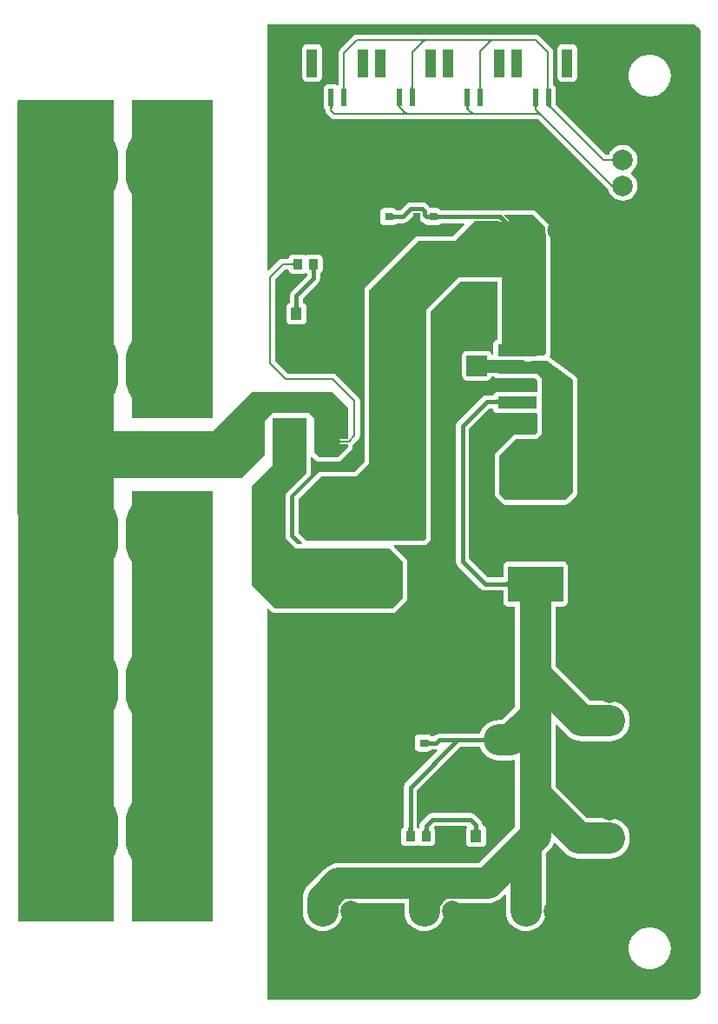
<source format=gtl>
G04 Layer_Physical_Order=1*
G04 Layer_Color=255*
%FSLAX25Y25*%
%MOIN*%
G70*
G01*
G75*
%ADD10R,0.03937X0.11024*%
%ADD11R,0.02362X0.06693*%
%ADD12R,0.14961X0.04724*%
%ADD13R,0.09842X0.39370*%
%ADD14R,0.28346X0.24410*%
%ADD15R,0.21260X0.13780*%
%ADD16R,0.07874X0.07874*%
%ADD17R,0.03150X0.03150*%
%ADD18R,0.07874X0.07874*%
%ADD19R,0.03150X0.03150*%
%ADD20R,0.04331X0.04724*%
%ADD21R,0.03661X0.03858*%
%ADD22C,0.12000*%
%ADD23C,0.01500*%
%ADD24C,0.05000*%
%ADD25C,0.00800*%
%ADD26O,0.33465X0.11811*%
%ADD27C,0.05512*%
%ADD28C,0.04724*%
%ADD29C,0.03543*%
%ADD30O,0.25590X0.31496*%
%ADD31R,0.07087X0.07087*%
%ADD32C,0.07087*%
%ADD33R,0.07087X0.07087*%
%ADD34C,0.07874*%
%ADD35C,0.02000*%
G36*
X197545Y227807D02*
X197530Y227950D01*
X197484Y228077D01*
X197409Y228190D01*
X197303Y228287D01*
X197167Y228370D01*
X197000Y228437D01*
X196804Y228490D01*
X196577Y228527D01*
X196320Y228550D01*
X196033Y228557D01*
Y230057D01*
X196320Y230065D01*
X196577Y230087D01*
X196804Y230125D01*
X197000Y230177D01*
X197167Y230245D01*
X197303Y230327D01*
X197409Y230425D01*
X197484Y230537D01*
X197530Y230665D01*
X197545Y230807D01*
Y227807D01*
D02*
G37*
G36*
X271654Y374016D02*
X272041D01*
X272802Y373864D01*
X273518Y373568D01*
X274163Y373137D01*
X274712Y372588D01*
X275143Y371944D01*
X275439Y371227D01*
X275590Y370466D01*
Y370079D01*
Y3937D01*
Y3549D01*
X275439Y2789D01*
X275143Y2072D01*
X274712Y1427D01*
X274163Y879D01*
X273518Y448D01*
X272802Y151D01*
X272041Y0D01*
X109000D01*
Y149896D01*
X109462Y150087D01*
X110774Y148774D01*
X111337Y148399D01*
X112000Y148267D01*
X157000D01*
X157663Y148399D01*
X158226Y148774D01*
X162226Y152774D01*
X162601Y153337D01*
X162733Y154000D01*
Y168000D01*
X162601Y168663D01*
X162226Y169226D01*
X157685Y173767D01*
X157892Y174267D01*
X169000D01*
X169663Y174399D01*
X170226Y174774D01*
X171226Y175774D01*
X171601Y176337D01*
X171733Y177000D01*
X171733Y263770D01*
X183230Y275267D01*
X197267Y275267D01*
Y253124D01*
X196856Y253042D01*
X196294Y252667D01*
X195918Y252104D01*
X195786Y251441D01*
Y247362D01*
X195111D01*
X195038Y247726D01*
X194663Y248289D01*
X194100Y248664D01*
X193437Y248796D01*
X185563D01*
X184900Y248664D01*
X184337Y248289D01*
X183962Y247726D01*
X183830Y247063D01*
Y239189D01*
X183962Y238526D01*
X184337Y237963D01*
X184900Y237588D01*
X185563Y237456D01*
X193437D01*
X194100Y237588D01*
X194663Y237963D01*
X195038Y238526D01*
X195111Y238890D01*
X196233D01*
X196294Y238798D01*
X196856Y238422D01*
X197520Y238290D01*
X211758D01*
X212767Y237282D01*
Y233330D01*
X212480Y233096D01*
X197520D01*
X196856Y232964D01*
X196294Y232588D01*
X195918Y232026D01*
X195875Y231805D01*
X193307D01*
X192351Y231615D01*
X191541Y231073D01*
X182234Y221766D01*
X181692Y220956D01*
X181502Y220000D01*
Y168000D01*
X181692Y167044D01*
X182234Y166234D01*
X190903Y157564D01*
X191713Y157023D01*
X192669Y156833D01*
X199637D01*
Y152441D01*
X199769Y151778D01*
X200145Y151215D01*
X200707Y150840D01*
X201370Y150708D01*
X204263D01*
Y124726D01*
Y112205D01*
X199295Y107237D01*
X198000D01*
X196491Y107089D01*
X195039Y106648D01*
X193701Y105933D01*
X192529Y104971D01*
X191567Y103799D01*
X190852Y102461D01*
X190711Y101998D01*
X175000D01*
X174044Y101808D01*
X173234Y101266D01*
X172816Y100848D01*
X172002D01*
X171800Y101151D01*
X171238Y101526D01*
X170575Y101658D01*
X167425D01*
X166762Y101526D01*
X166200Y101151D01*
X165824Y100589D01*
X165692Y99925D01*
Y96776D01*
X165824Y96112D01*
X166200Y95550D01*
X166762Y95174D01*
X167425Y95042D01*
X170575D01*
X171238Y95174D01*
X171800Y95550D01*
X172002Y95852D01*
X173850D01*
X174178Y95917D01*
X174424Y95457D01*
X162202Y83235D01*
X161661Y82424D01*
X161470Y81468D01*
Y66028D01*
X160912Y65655D01*
X160536Y65092D01*
X160405Y64429D01*
Y60571D01*
X160536Y59908D01*
X160912Y59345D01*
X161475Y58969D01*
X162138Y58838D01*
X165799D01*
X166463Y58969D01*
X167000Y59329D01*
X167537Y58969D01*
X168201Y58838D01*
X171862D01*
X172526Y58969D01*
X173088Y59345D01*
X173464Y59908D01*
X173595Y60571D01*
Y64429D01*
X173464Y65092D01*
X173088Y65655D01*
X173086Y65656D01*
X173037Y66154D01*
X173385Y66502D01*
X185391D01*
X185658Y66002D01*
X185474Y65725D01*
X185342Y65062D01*
Y60338D01*
X185474Y59675D01*
X185849Y59112D01*
X186411Y58736D01*
X187075Y58605D01*
X191405D01*
X192069Y58736D01*
X192631Y59112D01*
X193007Y59675D01*
X193139Y60338D01*
Y65062D01*
X193007Y65725D01*
X192631Y66288D01*
X192069Y66664D01*
X191738Y66729D01*
Y67000D01*
X191548Y67956D01*
X191007Y68766D01*
X189006Y70766D01*
X188196Y71308D01*
X187240Y71498D01*
X172350D01*
X171394Y71308D01*
X170584Y70766D01*
X168265Y68448D01*
X167724Y67637D01*
X167534Y66681D01*
Y66028D01*
X167000Y65671D01*
X166466Y66028D01*
Y80434D01*
X183035Y97002D01*
X190711D01*
X190852Y96539D01*
X191567Y95201D01*
X192529Y94029D01*
X193701Y93067D01*
X195039Y92352D01*
X196491Y91911D01*
X198000Y91763D01*
X202500D01*
X203763Y91887D01*
X204263Y91523D01*
Y78500D01*
Y66205D01*
X202892Y64834D01*
X190432Y52374D01*
X136594D01*
X135084Y52226D01*
X133633Y51785D01*
X132295Y51070D01*
X131123Y50108D01*
X124892Y43877D01*
X123930Y42705D01*
X123215Y41367D01*
X122774Y39915D01*
X122626Y38406D01*
Y34000D01*
X122774Y32491D01*
X123215Y31039D01*
X123930Y29701D01*
X124892Y28529D01*
X126064Y27567D01*
X127402Y26852D01*
X128853Y26411D01*
X130363Y26263D01*
X131872Y26411D01*
X133324Y26852D01*
X134662Y27567D01*
X135834Y28529D01*
X136796Y29701D01*
X137511Y31039D01*
X137952Y32491D01*
X138100Y34000D01*
Y35201D01*
X139799Y36900D01*
X161626D01*
Y34000D01*
X161774Y32491D01*
X162215Y31039D01*
X162930Y29701D01*
X163892Y28529D01*
X165064Y27567D01*
X166402Y26852D01*
X167853Y26411D01*
X169363Y26263D01*
X170872Y26411D01*
X172324Y26852D01*
X173662Y27567D01*
X174834Y28529D01*
X175796Y29701D01*
X176511Y31039D01*
X176952Y32491D01*
X177100Y34000D01*
Y35201D01*
X178799Y36900D01*
X193637D01*
X195147Y37048D01*
X196598Y37489D01*
X197936Y38204D01*
X199108Y39166D01*
X200164Y40222D01*
X200626Y40030D01*
Y34000D01*
X200774Y32491D01*
X201215Y31039D01*
X201930Y29701D01*
X202892Y28529D01*
X204064Y27567D01*
X205402Y26852D01*
X206854Y26411D01*
X208363Y26263D01*
X209872Y26411D01*
X211324Y26852D01*
X212662Y27567D01*
X213834Y28529D01*
X214796Y29701D01*
X215511Y31039D01*
X215952Y32491D01*
X216100Y34000D01*
Y56158D01*
X217471Y57529D01*
X218433Y58701D01*
X219031Y59820D01*
X219604Y59954D01*
X223166Y56392D01*
X224338Y55430D01*
X225676Y54715D01*
X227128Y54274D01*
X228637Y54126D01*
X240500D01*
X242009Y54274D01*
X243461Y54715D01*
X244799Y55430D01*
X245971Y56392D01*
X246933Y57564D01*
X247648Y58902D01*
X248089Y60353D01*
X248237Y61863D01*
X248089Y63372D01*
X247648Y64824D01*
X246933Y66162D01*
X245971Y67334D01*
X244799Y68296D01*
X243461Y69011D01*
X242009Y69452D01*
X240500Y69600D01*
X231842D01*
X219737Y81705D01*
Y105393D01*
X220199Y105585D01*
X224392Y101392D01*
X225564Y100430D01*
X226902Y99715D01*
X228354Y99274D01*
X229863Y99126D01*
X240500D01*
X242009Y99274D01*
X243461Y99715D01*
X244799Y100430D01*
X245971Y101392D01*
X246933Y102564D01*
X247648Y103902D01*
X248089Y105353D01*
X248237Y106863D01*
X248089Y108372D01*
X247648Y109824D01*
X246933Y111162D01*
X245971Y112334D01*
X244799Y113296D01*
X243461Y114011D01*
X242009Y114452D01*
X240500Y114600D01*
X233068D01*
X219737Y127931D01*
Y150708D01*
X222630D01*
X223293Y150840D01*
X223855Y151215D01*
X224231Y151778D01*
X224363Y152441D01*
Y166220D01*
X224231Y166884D01*
X223855Y167446D01*
X223293Y167822D01*
X222630Y167954D01*
X201370D01*
X200707Y167822D01*
X200145Y167446D01*
X199769Y166884D01*
X199637Y166220D01*
Y161829D01*
X193704D01*
X186498Y169035D01*
Y218965D01*
X194342Y226809D01*
X195786D01*
Y226638D01*
X195918Y225974D01*
X196294Y225412D01*
X196856Y225036D01*
X197520Y224904D01*
X212480D01*
X212767Y224670D01*
Y217718D01*
X211782Y216733D01*
X204500D01*
X203837Y216601D01*
X203274Y216226D01*
X196774Y209726D01*
X196399Y209163D01*
X196267Y208500D01*
Y194000D01*
X196399Y193337D01*
X196774Y192774D01*
X199274Y190274D01*
X199837Y189899D01*
X200500Y189767D01*
X223500D01*
X224163Y189899D01*
X224726Y190274D01*
X227726Y193274D01*
X228101Y193837D01*
X228233Y194500D01*
Y207000D01*
Y237500D01*
X228209Y237621D01*
X228216Y237745D01*
X228144Y237950D01*
X228101Y238163D01*
X228032Y238266D01*
X227992Y238383D01*
X227846Y238545D01*
X227726Y238726D01*
X227623Y238794D01*
X227540Y238887D01*
X217540Y246387D01*
X217490Y246449D01*
X217342Y246933D01*
X217383Y247010D01*
X217601Y247337D01*
X217733Y248000D01*
Y293569D01*
X217601Y294232D01*
X217555Y294345D01*
X217468Y295000D01*
X217584Y295882D01*
X217578Y295980D01*
X217607Y296126D01*
X217607Y296127D01*
X217607Y296127D01*
X217549Y296416D01*
X217540Y296556D01*
X217509Y296620D01*
X217475Y296790D01*
X217475Y296790D01*
X217475Y296790D01*
X217284Y297075D01*
X217241Y297163D01*
X217204Y297196D01*
X217099Y297352D01*
X212226Y302226D01*
X211663Y302601D01*
X211000Y302733D01*
X200244D01*
X199581Y302601D01*
X199348Y302446D01*
X199256Y302508D01*
X198300Y302698D01*
X175652D01*
X175450Y303000D01*
X174888Y303376D01*
X174224Y303508D01*
X171565D01*
X171142Y304142D01*
X170292Y304991D01*
X169482Y305533D01*
X168526Y305723D01*
X164175D01*
X163219Y305533D01*
X162409Y304991D01*
X160116Y302698D01*
X158652D01*
X158450Y303000D01*
X157888Y303376D01*
X157224Y303508D01*
X154075D01*
X153411Y303376D01*
X152849Y303000D01*
X152473Y302438D01*
X152341Y301775D01*
Y298625D01*
X152473Y297962D01*
X152849Y297400D01*
X153411Y297024D01*
X154075Y296892D01*
X157224D01*
X157888Y297024D01*
X158450Y297400D01*
X158652Y297702D01*
X161150D01*
X162106Y297892D01*
X162917Y298434D01*
X165210Y300727D01*
X166903D01*
X167067Y299900D01*
X167609Y299090D01*
X168265Y298434D01*
X169076Y297892D01*
X169588Y297790D01*
X169849Y297400D01*
X170412Y297024D01*
X171075Y296892D01*
X174224D01*
X174888Y297024D01*
X175450Y297400D01*
X175652Y297702D01*
X184598D01*
X184789Y297240D01*
X180282Y292733D01*
X167000D01*
X166337Y292601D01*
X165774Y292226D01*
X146774Y273226D01*
X146399Y272663D01*
X146267Y272000D01*
Y206387D01*
X142282Y202403D01*
X129669D01*
X129006Y202271D01*
X128444Y201895D01*
X119774Y193226D01*
X119399Y192663D01*
X119267Y192000D01*
X119267Y179000D01*
X119399Y178337D01*
X119399Y178337D01*
X119774Y177774D01*
X119774Y177774D01*
X120278Y177270D01*
X120278Y177270D01*
X122315Y175233D01*
X122108Y174733D01*
X120718D01*
X117733Y177718D01*
Y193282D01*
X125226Y200774D01*
X125601Y201337D01*
X125733Y202000D01*
Y208108D01*
X126233Y208315D01*
X127774Y206774D01*
X128337Y206399D01*
X129000Y206267D01*
X136000D01*
X136663Y206399D01*
X137226Y206774D01*
X141226Y210774D01*
X141601Y211337D01*
X141733Y212000D01*
Y212444D01*
X141796Y212486D01*
X144014Y214704D01*
X144478Y215399D01*
X144641Y216218D01*
Y229500D01*
X144478Y230319D01*
X144014Y231014D01*
X135532Y239496D01*
X134838Y239960D01*
X134018Y240123D01*
X116905D01*
X112141Y244887D01*
Y276113D01*
X115887Y279859D01*
X117234D01*
X117323Y279408D01*
X117699Y278845D01*
X118262Y278469D01*
X118925Y278338D01*
X122586D01*
X123249Y278469D01*
X123787Y278829D01*
X124320Y278472D01*
Y277598D01*
X118493Y271771D01*
X117952Y270960D01*
X117762Y270004D01*
Y267029D01*
X117431Y266964D01*
X116869Y266588D01*
X116493Y266025D01*
X116361Y265362D01*
Y260638D01*
X116493Y259975D01*
X116869Y259412D01*
X117431Y259036D01*
X118095Y258905D01*
X122425D01*
X123089Y259036D01*
X123651Y259412D01*
X124027Y259975D01*
X124159Y260638D01*
Y265362D01*
X124027Y266025D01*
X123651Y266588D01*
X123089Y266964D01*
X122758Y267029D01*
Y268970D01*
X128585Y274797D01*
X129126Y275607D01*
X129316Y276563D01*
Y278472D01*
X129875Y278845D01*
X130251Y279408D01*
X130383Y280071D01*
Y283929D01*
X130251Y284592D01*
X129875Y285155D01*
X129313Y285530D01*
X128649Y285662D01*
X124988D01*
X124325Y285530D01*
X123787Y285171D01*
X123249Y285530D01*
X122586Y285662D01*
X118925D01*
X118262Y285530D01*
X117699Y285155D01*
X117323Y284592D01*
X117234Y284141D01*
X115000D01*
X114181Y283978D01*
X113486Y283514D01*
X109462Y279490D01*
X109000Y279681D01*
Y374016D01*
X271654Y374016D01*
D02*
G37*
G36*
X136794Y214724D02*
X136819Y214656D01*
X136859Y214596D01*
X136916Y214544D01*
X136989Y214500D01*
X137078Y214464D01*
X137184Y214436D01*
X137306Y214416D01*
X137444Y214404D01*
X137598Y214400D01*
Y213600D01*
X137444Y213596D01*
X137306Y213584D01*
X137184Y213564D01*
X137078Y213536D01*
X136989Y213500D01*
X136916Y213456D01*
X136859Y213404D01*
X136819Y213344D01*
X136794Y213276D01*
X136786Y213200D01*
Y214800D01*
X136794Y214724D01*
D02*
G37*
G36*
X88000Y223000D02*
X57000Y223000D01*
Y345000D01*
X88000Y345000D01*
Y223000D01*
D02*
G37*
G36*
X121017Y266562D02*
X121040Y266305D01*
X121077Y266078D01*
X121130Y265881D01*
X121197Y265715D01*
X121280Y265579D01*
X121377Y265473D01*
X121490Y265398D01*
X121617Y265352D01*
X121760Y265337D01*
X118760D01*
X118902Y265352D01*
X119030Y265398D01*
X119142Y265473D01*
X119240Y265579D01*
X119322Y265715D01*
X119390Y265881D01*
X119442Y266078D01*
X119480Y266305D01*
X119502Y266562D01*
X119510Y266849D01*
X121010D01*
X121017Y266562D01*
D02*
G37*
G36*
X215874Y296126D02*
X215866Y296108D01*
X215728Y295058D01*
X215720Y295000D01*
X215866Y293892D01*
X216000Y293569D01*
Y248000D01*
X215000Y247000D01*
X199000D01*
Y277000D01*
X182512Y277000D01*
X170000Y264488D01*
X170000Y177000D01*
X169000Y176000D01*
X124000D01*
X121504Y178496D01*
X121000Y179000D01*
X121000Y192000D01*
X129669Y200669D01*
X143000D01*
X148000Y205669D01*
Y272000D01*
X167000Y291000D01*
X181000D01*
X188722Y298722D01*
X197688D01*
X197889Y298521D01*
X198041Y298529D01*
X198192Y298561D01*
X198299Y298615D01*
X198363Y298690D01*
X198385Y298786D01*
X198363Y298904D01*
X198299Y299044D01*
X198192Y299205D01*
X198041Y299387D01*
X197848Y299591D01*
X199439Y300121D01*
X199754Y299817D01*
X200351Y299304D01*
X200633Y299095D01*
X200904Y298919D01*
X201163Y298775D01*
X201412Y298663D01*
X201649Y298582D01*
X201717Y298568D01*
X201681Y298751D01*
X201360Y299230D01*
X200053Y300538D01*
X200244Y301000D01*
X211000D01*
X215874Y296126D01*
D02*
G37*
G36*
X157214Y301557D02*
X157260Y301430D01*
X157335Y301318D01*
X157441Y301220D01*
X157577Y301137D01*
X157744Y301070D01*
X157940Y301017D01*
X158167Y300980D01*
X158424Y300957D01*
X158711Y300950D01*
Y299450D01*
X158424Y299443D01*
X158167Y299420D01*
X157940Y299382D01*
X157744Y299330D01*
X157577Y299262D01*
X157441Y299180D01*
X157335Y299082D01*
X157260Y298970D01*
X157214Y298843D01*
X157199Y298700D01*
Y301700D01*
X157214Y301557D01*
D02*
G37*
G36*
X128176Y280069D02*
X128049Y280024D01*
X127936Y279949D01*
X127839Y279844D01*
X127756Y279709D01*
X127689Y279544D01*
X127636Y279349D01*
X127599Y279124D01*
X127576Y278869D01*
X127568Y278584D01*
X126068D01*
X126061Y278869D01*
X126039Y279124D01*
X126001Y279349D01*
X125949Y279544D01*
X125881Y279709D01*
X125798Y279844D01*
X125701Y279949D01*
X125589Y280024D01*
X125461Y280069D01*
X125319Y280084D01*
X128319D01*
X128176Y280069D01*
D02*
G37*
G36*
X118950Y281200D02*
X118942Y281276D01*
X118917Y281344D01*
X118877Y281404D01*
X118820Y281456D01*
X118747Y281500D01*
X118658Y281536D01*
X118552Y281564D01*
X118430Y281584D01*
X118292Y281596D01*
X118138Y281600D01*
Y282400D01*
X118292Y282404D01*
X118430Y282416D01*
X118552Y282436D01*
X118658Y282464D01*
X118747Y282500D01*
X118820Y282544D01*
X118877Y282596D01*
X118917Y282656D01*
X118942Y282724D01*
X118950Y282800D01*
Y281200D01*
D02*
G37*
G36*
X50000Y218000D02*
X88000D01*
X103000Y233000D01*
X134000D01*
X140000Y227000D01*
Y215304D01*
X139818Y215122D01*
X132874D01*
X132445Y215036D01*
X132081Y214793D01*
X131838Y214429D01*
X131753Y214000D01*
X131838Y213571D01*
X132081Y213207D01*
X132445Y212964D01*
X132874Y212878D01*
X140000D01*
Y212000D01*
X136000Y208000D01*
X129000D01*
X127000Y210000D01*
Y223000D01*
X125000Y225000D01*
X111000D01*
X108000Y222000D01*
Y209000D01*
X99000Y200000D01*
X50000D01*
Y30000D01*
X13386D01*
X13000Y344646D01*
X13354Y345000D01*
X50000D01*
Y218000D01*
D02*
G37*
G36*
X170789Y65629D02*
X170811Y65372D01*
X170849Y65145D01*
X170902Y64948D01*
X170969Y64782D01*
X171052Y64646D01*
X171149Y64540D01*
X171262Y64465D01*
X171389Y64419D01*
X171531Y64404D01*
X168532D01*
X168674Y64419D01*
X168801Y64465D01*
X168914Y64540D01*
X169011Y64646D01*
X169094Y64782D01*
X169161Y64948D01*
X169214Y65145D01*
X169252Y65372D01*
X169274Y65629D01*
X169281Y65916D01*
X170782D01*
X170789Y65629D01*
D02*
G37*
G36*
X189998Y66262D02*
X190020Y66005D01*
X190058Y65778D01*
X190110Y65582D01*
X190178Y65415D01*
X190260Y65279D01*
X190358Y65173D01*
X190470Y65098D01*
X190598Y65052D01*
X190740Y65037D01*
X187740D01*
X187883Y65052D01*
X188010Y65098D01*
X188123Y65173D01*
X188220Y65279D01*
X188303Y65415D01*
X188370Y65582D01*
X188423Y65778D01*
X188460Y66005D01*
X188483Y66262D01*
X188490Y66549D01*
X189990D01*
X189998Y66262D01*
D02*
G37*
G36*
X88000Y48102D02*
X88102Y39000D01*
Y30000D01*
X57000D01*
Y195000D01*
X88000D01*
Y48102D01*
D02*
G37*
G36*
X164726Y65629D02*
X164749Y65372D01*
X164786Y65145D01*
X164839Y64948D01*
X164906Y64782D01*
X164989Y64646D01*
X165086Y64540D01*
X165199Y64465D01*
X165326Y64419D01*
X165469Y64404D01*
X162469D01*
X162611Y64419D01*
X162739Y64465D01*
X162851Y64540D01*
X162949Y64646D01*
X163031Y64782D01*
X163099Y64948D01*
X163151Y65145D01*
X163189Y65372D01*
X163211Y65629D01*
X163218Y65916D01*
X164718D01*
X164726Y65629D01*
D02*
G37*
G36*
X170565Y99708D02*
X170610Y99580D01*
X170686Y99468D01*
X170792Y99370D01*
X170928Y99288D01*
X171094Y99220D01*
X171291Y99168D01*
X171518Y99130D01*
X171774Y99108D01*
X172062Y99100D01*
Y97600D01*
X171774Y97593D01*
X171518Y97570D01*
X171291Y97533D01*
X171094Y97480D01*
X170928Y97413D01*
X170792Y97330D01*
X170686Y97233D01*
X170610Y97120D01*
X170565Y96993D01*
X170550Y96850D01*
Y99850D01*
X170565Y99708D01*
D02*
G37*
G36*
X201395Y157831D02*
X201380Y157973D01*
X201335Y158101D01*
X201259Y158213D01*
X201153Y158311D01*
X201017Y158393D01*
X200851Y158461D01*
X200654Y158513D01*
X200427Y158551D01*
X200170Y158573D01*
X199883Y158581D01*
Y160081D01*
X200170Y160088D01*
X200427Y160111D01*
X200654Y160148D01*
X200851Y160201D01*
X201017Y160268D01*
X201153Y160351D01*
X201259Y160448D01*
X201335Y160561D01*
X201380Y160688D01*
X201395Y160831D01*
Y157831D01*
D02*
G37*
G36*
X226500Y237500D02*
Y207000D01*
Y194500D01*
X223500Y191500D01*
X200500D01*
X198000Y194000D01*
Y208500D01*
X204500Y215000D01*
X212500D01*
X214500Y217000D01*
Y238000D01*
X212000Y240500D01*
X210500D01*
Y245000D01*
X216500D01*
X226500Y237500D01*
D02*
G37*
G36*
X194482Y98000D02*
X194467Y98142D01*
X194421Y98270D01*
X194346Y98383D01*
X194240Y98480D01*
X194104Y98563D01*
X193937Y98630D01*
X193741Y98682D01*
X193514Y98720D01*
X193257Y98743D01*
X192970Y98750D01*
Y100250D01*
X193257Y100258D01*
X193514Y100280D01*
X193741Y100318D01*
X193937Y100370D01*
X194104Y100437D01*
X194240Y100520D01*
X194346Y100618D01*
X194421Y100730D01*
X194467Y100857D01*
X194482Y101000D01*
Y98000D01*
D02*
G37*
G36*
X124000Y202000D02*
X116000Y194000D01*
Y177000D01*
X120000Y173000D01*
X156000D01*
X161000Y168000D01*
Y154000D01*
X157000Y150000D01*
X112000D01*
X103000Y159000D01*
Y197000D01*
X111000Y205000D01*
Y223000D01*
X124000D01*
Y202000D01*
D02*
G37*
G36*
X171100Y299144D02*
X171089Y299202D01*
X171057Y299254D01*
X171004Y299300D01*
X170929Y299340D01*
X170833Y299373D01*
X170715Y299401D01*
X170576Y299422D01*
X170416Y299438D01*
X170031Y299450D01*
Y300950D01*
X170235Y300953D01*
X170576Y300978D01*
X170715Y300999D01*
X170833Y301027D01*
X170929Y301060D01*
X171004Y301100D01*
X171057Y301146D01*
X171089Y301198D01*
X171100Y301256D01*
Y299144D01*
D02*
G37*
G36*
X174214Y301557D02*
X174260Y301430D01*
X174336Y301318D01*
X174441Y301220D01*
X174577Y301137D01*
X174744Y301070D01*
X174940Y301017D01*
X175167Y300980D01*
X175424Y300957D01*
X175711Y300950D01*
Y299450D01*
X175424Y299443D01*
X175167Y299420D01*
X174940Y299382D01*
X174744Y299330D01*
X174577Y299262D01*
X174441Y299180D01*
X174336Y299082D01*
X174260Y298970D01*
X174214Y298843D01*
X174199Y298700D01*
Y301700D01*
X174214Y301557D01*
D02*
G37*
%LPC*%
G36*
X211962Y370141D02*
X143500D01*
X142681Y369978D01*
X141986Y369514D01*
X136950Y364478D01*
X136486Y363783D01*
X136323Y362964D01*
Y350784D01*
X136218Y350698D01*
X135876Y350527D01*
X135387Y350853D01*
X134724Y350985D01*
X132362D01*
X131698Y350853D01*
X131136Y350478D01*
X130760Y349915D01*
X130628Y349252D01*
Y342559D01*
X130760Y341896D01*
X131136Y341333D01*
X131402Y341156D01*
Y341000D01*
X131565Y340181D01*
X132029Y339486D01*
X133382Y338133D01*
X134077Y337669D01*
X134896Y337506D01*
X212946D01*
X239965Y310486D01*
X240049Y310430D01*
X240576Y309157D01*
X241480Y307980D01*
X242657Y307076D01*
X244028Y306508D01*
X245500Y306314D01*
X246972Y306508D01*
X248343Y307076D01*
X249520Y307980D01*
X250424Y309157D01*
X250992Y310528D01*
X251186Y312000D01*
X250992Y313472D01*
X250424Y314843D01*
X249520Y316020D01*
X248654Y316685D01*
Y317315D01*
X249520Y317980D01*
X250424Y319157D01*
X250992Y320529D01*
X251186Y322000D01*
X250992Y323471D01*
X250424Y324843D01*
X249520Y326020D01*
X248343Y326924D01*
X246972Y327492D01*
X245500Y327686D01*
X244028Y327492D01*
X242657Y326924D01*
X241480Y326020D01*
X240576Y324843D01*
X240285Y324141D01*
X238887D01*
X219875Y343153D01*
Y349252D01*
X219743Y349915D01*
X219367Y350478D01*
X218916Y350779D01*
Y351331D01*
Y363187D01*
X218753Y364007D01*
X218289Y364701D01*
X213476Y369514D01*
X212781Y369978D01*
X211962Y370141D01*
D02*
G37*
G36*
X256526Y362363D02*
X255285D01*
X255118Y362330D01*
X254947D01*
X253730Y362088D01*
X253572Y362022D01*
X253405Y361989D01*
X252258Y361514D01*
X252116Y361420D01*
X251959Y361354D01*
X250927Y360665D01*
X250806Y360544D01*
X250664Y360449D01*
X249787Y359572D01*
X249692Y359430D01*
X249571Y359309D01*
X248882Y358278D01*
X248817Y358120D01*
X248722Y357978D01*
X248247Y356831D01*
X248214Y356664D01*
X248148Y356506D01*
X247906Y355289D01*
Y355118D01*
X247873Y354951D01*
Y353710D01*
X247906Y353543D01*
Y353372D01*
X248148Y352155D01*
X248214Y351997D01*
X248247Y351830D01*
X248722Y350684D01*
X248817Y350542D01*
X248882Y350384D01*
X249571Y349352D01*
X249692Y349232D01*
X249787Y349090D01*
X250664Y348212D01*
X250806Y348117D01*
X250927Y347997D01*
X251959Y347307D01*
X252116Y347242D01*
X252258Y347147D01*
X253405Y346672D01*
X253572Y346639D01*
X253730Y346574D01*
X254947Y346332D01*
X255118D01*
X255285Y346298D01*
X256526D01*
X256693Y346332D01*
X256864D01*
X258081Y346574D01*
X258239Y346639D01*
X258406Y346672D01*
X259553Y347147D01*
X259695Y347242D01*
X259852Y347307D01*
X260884Y347997D01*
X261005Y348117D01*
X261147Y348212D01*
X262024Y349090D01*
X262119Y349232D01*
X262240Y349352D01*
X262929Y350384D01*
X262994Y350542D01*
X263089Y350684D01*
X263564Y351830D01*
X263597Y351997D01*
X263663Y352155D01*
X263905Y353372D01*
Y353543D01*
X263938Y353710D01*
Y354951D01*
X263905Y355119D01*
Y355289D01*
X263663Y356506D01*
X263597Y356664D01*
X263564Y356831D01*
X263089Y357978D01*
X262994Y358120D01*
X262929Y358278D01*
X262240Y359309D01*
X262119Y359430D01*
X262024Y359572D01*
X261147Y360449D01*
X261005Y360544D01*
X260884Y360665D01*
X259852Y361354D01*
X259695Y361420D01*
X259553Y361514D01*
X258406Y361989D01*
X258239Y362022D01*
X258081Y362088D01*
X256864Y362330D01*
X256693D01*
X256526Y362363D01*
D02*
G37*
G36*
X128228Y366340D02*
X124291D01*
X123627Y366208D01*
X123065Y365832D01*
X122689Y365270D01*
X122557Y364606D01*
Y353583D01*
X122689Y352919D01*
X123065Y352357D01*
X123627Y351981D01*
X124291Y351849D01*
X128228D01*
X128891Y351981D01*
X129453Y352357D01*
X129829Y352919D01*
X129961Y353583D01*
Y364606D01*
X129829Y365270D01*
X129453Y365832D01*
X128891Y366208D01*
X128228Y366340D01*
D02*
G37*
G36*
X256526Y27718D02*
X255285D01*
X255118Y27684D01*
X254947D01*
X253730Y27442D01*
X253572Y27377D01*
X253405Y27343D01*
X252258Y26869D01*
X252116Y26774D01*
X251959Y26708D01*
X250927Y26019D01*
X250806Y25898D01*
X250664Y25804D01*
X249787Y24926D01*
X249692Y24784D01*
X249571Y24664D01*
X248882Y23632D01*
X248817Y23474D01*
X248722Y23332D01*
X248247Y22186D01*
X248214Y22018D01*
X248148Y21861D01*
X247906Y20644D01*
Y20473D01*
X247873Y20305D01*
Y19065D01*
X247906Y18897D01*
Y18726D01*
X248148Y17510D01*
X248214Y17352D01*
X248247Y17184D01*
X248722Y16038D01*
X248817Y15896D01*
X248882Y15738D01*
X249571Y14706D01*
X249692Y14586D01*
X249787Y14444D01*
X250664Y13566D01*
X250806Y13472D01*
X250927Y13351D01*
X251959Y12662D01*
X252116Y12596D01*
X252258Y12501D01*
X253405Y12026D01*
X253572Y11993D01*
X253730Y11928D01*
X254947Y11686D01*
X255118D01*
X255285Y11653D01*
X256526D01*
X256693Y11686D01*
X256864D01*
X258081Y11928D01*
X258239Y11993D01*
X258406Y12026D01*
X259553Y12501D01*
X259695Y12596D01*
X259852Y12662D01*
X260884Y13351D01*
X261005Y13472D01*
X261147Y13566D01*
X262024Y14444D01*
X262119Y14586D01*
X262240Y14706D01*
X262929Y15738D01*
X262994Y15896D01*
X263089Y16038D01*
X263564Y17184D01*
X263597Y17352D01*
X263663Y17510D01*
X263905Y18726D01*
Y18897D01*
X263938Y19065D01*
Y20305D01*
X263905Y20473D01*
Y20644D01*
X263663Y21861D01*
X263597Y22018D01*
X263564Y22186D01*
X263089Y23332D01*
X262994Y23474D01*
X262929Y23632D01*
X262240Y24664D01*
X262119Y24784D01*
X262024Y24926D01*
X261147Y25804D01*
X261005Y25898D01*
X260884Y26019D01*
X259852Y26708D01*
X259695Y26774D01*
X259553Y26869D01*
X258406Y27343D01*
X258239Y27377D01*
X258081Y27442D01*
X256864Y27684D01*
X256693D01*
X256526Y27718D01*
D02*
G37*
G36*
X226213Y366340D02*
X222276D01*
X221612Y366208D01*
X221050Y365832D01*
X220674Y365270D01*
X220542Y364606D01*
Y353583D01*
X220674Y352919D01*
X221050Y352357D01*
X221612Y351981D01*
X222276Y351849D01*
X226213D01*
X226876Y351981D01*
X227438Y352357D01*
X227814Y352919D01*
X227946Y353583D01*
Y364606D01*
X227814Y365270D01*
X227438Y365832D01*
X226876Y366208D01*
X226213Y366340D01*
D02*
G37*
%LPD*%
G36*
X162215Y340505D02*
X162336Y340409D01*
X162460Y340324D01*
X162590Y340250D01*
X162724Y340188D01*
X162863Y340137D01*
X163007Y340098D01*
X163155Y340069D01*
X163308Y340052D01*
X163466Y340047D01*
X162500Y339247D01*
X160734Y340047D01*
X160881Y340052D01*
X161000Y340069D01*
X161091Y340098D01*
X161156Y340137D01*
X161193Y340188D01*
X161203Y340250D01*
X161185Y340324D01*
X161140Y340409D01*
X161068Y340505D01*
X160969Y340612D01*
X162100D01*
X162215Y340505D01*
D02*
G37*
G36*
X187715D02*
X187836Y340409D01*
X187961Y340324D01*
X188090Y340250D01*
X188224Y340188D01*
X188363Y340137D01*
X188507Y340098D01*
X188655Y340069D01*
X188808Y340052D01*
X188966Y340047D01*
X188000Y339247D01*
X186234Y340047D01*
X186381Y340052D01*
X186500Y340069D01*
X186591Y340098D01*
X186656Y340137D01*
X186693Y340188D01*
X186703Y340250D01*
X186685Y340324D01*
X186640Y340409D01*
X186568Y340505D01*
X186469Y340612D01*
X187600D01*
X187715Y340505D01*
D02*
G37*
G36*
X217179Y349885D02*
X217191Y349747D01*
X217211Y349625D01*
X217238Y349519D01*
X217274Y349430D01*
X217319Y349357D01*
X217371Y349300D01*
X217430Y349259D01*
X217498Y349235D01*
X217575Y349227D01*
X215974D01*
X216051Y349235D01*
X216119Y349259D01*
X216178Y349300D01*
X216231Y349357D01*
X216274Y349430D01*
X216311Y349519D01*
X216338Y349625D01*
X216359Y349747D01*
X216371Y349885D01*
X216374Y350039D01*
X217175D01*
X217179Y349885D01*
D02*
G37*
G36*
X195966Y367600D02*
X195808Y367594D01*
X195655Y367577D01*
X195507Y367549D01*
X195363Y367510D01*
X195224Y367459D01*
X195090Y367396D01*
X194960Y367323D01*
X194836Y367238D01*
X194715Y367142D01*
X194600Y367034D01*
X193469D01*
X193568Y367142D01*
X193640Y367238D01*
X193685Y367323D01*
X193703Y367396D01*
X193693Y367459D01*
X193656Y367510D01*
X193591Y367549D01*
X193500Y367577D01*
X193381Y367594D01*
X193234Y367600D01*
X195000Y368400D01*
X195966Y367600D01*
D02*
G37*
G36*
X170302D02*
X170145Y367594D01*
X169992Y367577D01*
X169843Y367549D01*
X169700Y367510D01*
X169561Y367459D01*
X169427Y367396D01*
X169297Y367323D01*
X169172Y367238D01*
X169052Y367142D01*
X168937Y367034D01*
X167805D01*
X167905Y367142D01*
X167977Y367238D01*
X168022Y367323D01*
X168039Y367396D01*
X168030Y367459D01*
X167992Y367510D01*
X167928Y367549D01*
X167836Y367577D01*
X167717Y367594D01*
X167571Y367600D01*
X169337Y368400D01*
X170302Y367600D01*
D02*
G37*
G36*
X214116Y339930D02*
X214233Y338681D01*
X214117Y338789D01*
X213997Y338885D01*
X213872Y338969D01*
X213743Y339043D01*
X213608Y339105D01*
X213470Y339156D01*
X213326Y339196D01*
X213178Y339224D01*
X213025Y339241D01*
X212867Y339247D01*
X212067Y340047D01*
X212213Y340052D01*
X212332Y340069D01*
X212424Y340098D01*
X212489Y340137D01*
X212526Y340188D01*
X212535Y340250D01*
X212518Y340324D01*
X212473Y340409D01*
X212401Y340505D01*
X212301Y340612D01*
X214116Y339930D01*
D02*
G37*
G36*
X218109Y342566D02*
X218103Y342549D01*
X218111Y342521D01*
X218133Y342482D01*
X218169Y342431D01*
X218219Y342368D01*
X218361Y342210D01*
X218559Y342006D01*
X217428D01*
X217315Y342114D01*
X217202Y342210D01*
X217089Y342295D01*
X216975Y342368D01*
X216862Y342431D01*
X216749Y342482D01*
X216636Y342521D01*
X216523Y342549D01*
X216410Y342566D01*
X216297Y342572D01*
X218129D01*
X218109Y342566D01*
D02*
G37*
G36*
X186597Y342564D02*
X186529Y342540D01*
X186469Y342500D01*
X186417Y342444D01*
X186374Y342372D01*
X186338Y342284D01*
X186310Y342180D01*
X186290Y342061D01*
X186278Y341925D01*
X186274Y341773D01*
X185474D01*
X185470Y341925D01*
X185458Y342061D01*
X185438Y342180D01*
X185410Y342284D01*
X185374Y342372D01*
X185330Y342444D01*
X185278Y342500D01*
X185218Y342540D01*
X185151Y342564D01*
X185075Y342572D01*
X186673D01*
X186597Y342564D01*
D02*
G37*
G36*
X212763Y342564D02*
X212695Y342540D01*
X212635Y342500D01*
X212583Y342444D01*
X212539Y342372D01*
X212503Y342284D01*
X212475Y342180D01*
X212455Y342060D01*
X212443Y341924D01*
X212439Y341772D01*
X211639D01*
X211635Y341924D01*
X211623Y342060D01*
X211603Y342180D01*
X211575Y342284D01*
X211539Y342372D01*
X211495Y342444D01*
X211443Y342500D01*
X211383Y342540D01*
X211315Y342564D01*
X211239Y342572D01*
X212839D01*
X212763Y342564D01*
D02*
G37*
G36*
X134267D02*
X134199Y342540D01*
X134139Y342500D01*
X134087Y342444D01*
X134043Y342372D01*
X134007Y342284D01*
X133979Y342180D01*
X133959Y342060D01*
X133947Y341924D01*
X133943Y341772D01*
X133143D01*
X133139Y341924D01*
X133127Y342060D01*
X133107Y342180D01*
X133079Y342284D01*
X133043Y342372D01*
X132999Y342444D01*
X132947Y342500D01*
X132887Y342540D01*
X132819Y342564D01*
X132743Y342572D01*
X134343D01*
X134267Y342564D01*
D02*
G37*
G36*
X191199Y349885D02*
X191211Y349747D01*
X191231Y349625D01*
X191259Y349519D01*
X191295Y349430D01*
X191339Y349357D01*
X191391Y349300D01*
X191451Y349259D01*
X191519Y349235D01*
X191595Y349227D01*
X189995D01*
X190071Y349235D01*
X190139Y349259D01*
X190199Y349300D01*
X190251Y349357D01*
X190295Y349430D01*
X190331Y349519D01*
X190359Y349625D01*
X190379Y349747D01*
X190391Y349885D01*
X190395Y350039D01*
X191195D01*
X191199Y349885D01*
D02*
G37*
G36*
X165033D02*
X165045Y349747D01*
X165066Y349625D01*
X165094Y349519D01*
X165129Y349430D01*
X165173Y349357D01*
X165226Y349300D01*
X165286Y349259D01*
X165354Y349235D01*
X165429Y349227D01*
X163830D01*
X163906Y349235D01*
X163973Y349259D01*
X164033Y349300D01*
X164085Y349357D01*
X164129Y349430D01*
X164165Y349519D01*
X164193Y349625D01*
X164214Y349747D01*
X164225Y349885D01*
X164230Y350039D01*
X165030D01*
X165033Y349885D01*
D02*
G37*
G36*
X138868D02*
X138880Y349747D01*
X138900Y349625D01*
X138928Y349519D01*
X138964Y349430D01*
X139008Y349357D01*
X139060Y349300D01*
X139120Y349259D01*
X139188Y349235D01*
X139264Y349227D01*
X137664D01*
X137740Y349235D01*
X137808Y349259D01*
X137868Y349300D01*
X137920Y349357D01*
X137964Y349430D01*
X138000Y349519D01*
X138028Y349625D01*
X138048Y349747D01*
X138060Y349885D01*
X138064Y350039D01*
X138864D01*
X138868Y349885D01*
D02*
G37*
%LPC*%
G36*
X201727Y298518D02*
X197891D01*
X198837Y297573D01*
Y295000D01*
X198949Y294434D01*
X199270Y293955D01*
X199749Y293634D01*
X200315Y293522D01*
X200881Y293634D01*
X201360Y293955D01*
X201681Y294434D01*
X201793Y295000D01*
Y298185D01*
X201727Y298518D01*
D02*
G37*
%LPD*%
D10*
X126259Y359095D02*
D03*
X145747D02*
D03*
X204756D02*
D03*
X224244D02*
D03*
X152425D02*
D03*
X171913D02*
D03*
X178590D02*
D03*
X198079D02*
D03*
D11*
X138464Y345905D02*
D03*
X133543D02*
D03*
X216961D02*
D03*
X212039D02*
D03*
X164629D02*
D03*
X159708D02*
D03*
X190795D02*
D03*
X185874D02*
D03*
D12*
X205000Y222307D02*
D03*
Y249079D02*
D03*
Y242386D02*
D03*
Y229000D02*
D03*
Y235693D02*
D03*
D13*
X258569D02*
D03*
D14*
X247520D02*
D03*
D15*
X212000Y159331D02*
D03*
Y200669D02*
D03*
D16*
X132874Y214000D02*
D03*
X117126D02*
D03*
D17*
X169000Y98350D02*
D03*
Y104650D02*
D03*
D18*
X189500Y258874D02*
D03*
Y243126D02*
D03*
D19*
X172650Y300200D02*
D03*
X166350D02*
D03*
X155650D02*
D03*
X149350D02*
D03*
D20*
X120260Y263000D02*
D03*
X127740D02*
D03*
X189240Y62700D02*
D03*
X181760D02*
D03*
D21*
X126819Y282000D02*
D03*
X120756D02*
D03*
X170031Y62500D02*
D03*
X163969D02*
D03*
D22*
X229863Y106863D02*
X240500D01*
X228637Y61863D02*
X240500D01*
X208363Y34000D02*
Y59363D01*
X169363Y34000D02*
Y38406D01*
X130363Y34000D02*
Y38406D01*
X212000Y124726D02*
Y159331D01*
X198000Y99500D02*
X202500D01*
X175594Y44637D02*
X193637D01*
X169363Y38406D02*
X175594Y44637D01*
X136594D02*
X175594D01*
X130363Y38406D02*
X136594Y44637D01*
X212000Y124726D02*
X229863Y106863D01*
X202500Y99500D02*
X212000Y109000D01*
Y78500D02*
X228637Y61863D01*
X212000Y63000D02*
Y78500D01*
Y109000D01*
Y124726D01*
X193637Y44637D02*
X208363Y59363D01*
X212000Y63000D01*
D23*
X193307Y229307D02*
X206784D01*
X200315Y295000D02*
Y298185D01*
X198300Y300200D02*
X200315Y298185D01*
X172650Y300200D02*
X198300D01*
X192669Y159331D02*
X212000D01*
X184000Y168000D02*
X192669Y159331D01*
X184000Y168000D02*
Y220000D01*
X193307Y229307D01*
X173850Y98350D02*
X175000Y99500D01*
X169000Y98350D02*
X173850D01*
X163969Y81468D02*
X182000Y99500D01*
X163969Y62500D02*
Y81468D01*
X175000Y99500D02*
X182000D01*
X198000D01*
X170031Y62500D02*
Y66681D01*
X172350Y69000D01*
X187240D01*
X189240Y67000D01*
Y62700D02*
Y67000D01*
X126819Y276563D02*
Y282000D01*
X120260Y270004D02*
X126819Y276563D01*
X120260Y263000D02*
Y270004D01*
X155650Y300200D02*
X161150D01*
X164175Y303225D01*
X168526D01*
X169375Y302375D01*
Y300856D02*
Y302375D01*
Y300856D02*
X170031Y300200D01*
X172650D01*
D24*
X189875Y243126D02*
X206350D01*
X206784Y242693D01*
D25*
X216775Y343226D02*
Y351331D01*
X169337Y368000D02*
X196098D01*
X141676Y339647D02*
X167353D01*
X192706D01*
X190795Y345905D02*
Y363795D01*
X195000Y368000D01*
X164629Y345905D02*
Y363293D01*
X169337Y368000D01*
X138464Y362964D02*
X143500Y368000D01*
X138464Y345905D02*
Y362964D01*
X133543Y341000D02*
Y345905D01*
Y341000D02*
X134896Y339647D01*
X141676D01*
X159708Y342439D02*
Y345905D01*
Y342439D02*
X162500Y339647D01*
X185874Y341773D02*
Y345905D01*
Y341773D02*
X188000Y339647D01*
X212039Y341440D02*
Y345905D01*
Y341440D02*
X213833Y339647D01*
X115000Y282000D02*
X120756D01*
X110000Y277000D02*
X115000Y282000D01*
X110000Y244000D02*
Y277000D01*
Y244000D02*
X116018Y237982D01*
X134018D01*
X142500Y229500D01*
Y216218D02*
Y229500D01*
X140282Y214000D02*
X142500Y216218D01*
X132874Y214000D02*
X140282D01*
X238000Y322000D02*
X245500D01*
X216775Y343226D02*
X238000Y322000D01*
X216775Y351331D02*
Y363187D01*
X211962Y368000D02*
X216775Y363187D01*
X196098Y368000D02*
X211962D01*
X143500D02*
X169337D01*
X241479Y312000D02*
X245500D01*
X192706Y339647D02*
X213833D01*
X241479Y312000D01*
D26*
X138000Y134228D02*
D03*
Y161000D02*
D03*
Y187772D02*
D03*
D27*
X39102Y307488D02*
D03*
Y331504D02*
D03*
X67449D02*
D03*
Y307488D02*
D03*
X39102Y166488D02*
D03*
Y190504D02*
D03*
X67449D02*
D03*
Y166488D02*
D03*
X39102Y108756D02*
D03*
Y132772D02*
D03*
X67449D02*
D03*
Y108756D02*
D03*
X39102Y52496D02*
D03*
Y76512D02*
D03*
X67449D02*
D03*
Y52496D02*
D03*
X39102Y229488D02*
D03*
Y253504D02*
D03*
X67449D02*
D03*
Y229488D02*
D03*
D28*
X44614Y309260D02*
D03*
X48551Y313000D02*
D03*
X29653D02*
D03*
X33591Y309260D02*
D03*
X44614Y329732D02*
D03*
X48551Y325992D02*
D03*
X29653D02*
D03*
X33591Y329732D02*
D03*
X61937D02*
D03*
X58000Y325992D02*
D03*
X76898D02*
D03*
X72961Y329732D02*
D03*
X61937Y309260D02*
D03*
X58000Y313000D02*
D03*
X76898D02*
D03*
X72961Y309260D02*
D03*
X44614Y168260D02*
D03*
X48551Y172000D02*
D03*
X29653D02*
D03*
X33591Y168260D02*
D03*
X44614Y188732D02*
D03*
X48551Y184992D02*
D03*
X29653D02*
D03*
X33591Y188732D02*
D03*
X61937D02*
D03*
X58000Y184992D02*
D03*
X76898D02*
D03*
X72961Y188732D02*
D03*
X61937Y168260D02*
D03*
X58000Y172000D02*
D03*
X76898D02*
D03*
X72961Y168260D02*
D03*
X44614Y110528D02*
D03*
X48551Y114268D02*
D03*
X29653D02*
D03*
X33591Y110528D02*
D03*
X44614Y131000D02*
D03*
X48551Y127260D02*
D03*
X29653D02*
D03*
X33591Y131000D02*
D03*
X61937D02*
D03*
X58000Y127260D02*
D03*
X76898D02*
D03*
X72961Y131000D02*
D03*
X61937Y110528D02*
D03*
X58000Y114268D02*
D03*
X76898D02*
D03*
X72961Y110528D02*
D03*
X44614Y54268D02*
D03*
X48551Y58008D02*
D03*
X29653D02*
D03*
X33591Y54268D02*
D03*
X44614Y74740D02*
D03*
X48551Y71000D02*
D03*
X29653D02*
D03*
X33591Y74740D02*
D03*
X61937D02*
D03*
X58000Y71000D02*
D03*
X76898D02*
D03*
X72961Y74740D02*
D03*
X61937Y54268D02*
D03*
X58000Y58008D02*
D03*
X76898D02*
D03*
X72961Y54268D02*
D03*
X44614Y231260D02*
D03*
X48551Y235000D02*
D03*
X29653D02*
D03*
X33591Y231260D02*
D03*
X44614Y251732D02*
D03*
X48551Y247992D02*
D03*
X29653D02*
D03*
X33591Y251732D02*
D03*
X61937D02*
D03*
X58000Y247992D02*
D03*
X76898D02*
D03*
X72961Y251732D02*
D03*
X61937Y231260D02*
D03*
X58000Y235000D02*
D03*
X76898D02*
D03*
X72961Y231260D02*
D03*
D29*
X49929Y319496D02*
D03*
X28276D02*
D03*
X56622D02*
D03*
X78276D02*
D03*
X49929Y178496D02*
D03*
X28276D02*
D03*
X56622D02*
D03*
X78276D02*
D03*
X49929Y120764D02*
D03*
X28276D02*
D03*
X56622D02*
D03*
X78276D02*
D03*
X49929Y64504D02*
D03*
X28276D02*
D03*
X56622D02*
D03*
X78276D02*
D03*
X49929Y241496D02*
D03*
X28276D02*
D03*
X56622D02*
D03*
X78276D02*
D03*
D30*
X67449Y319496D02*
D03*
X39102D02*
D03*
X67449Y178496D02*
D03*
X39102D02*
D03*
X67449Y120764D02*
D03*
X39102D02*
D03*
X67449Y64504D02*
D03*
X39102D02*
D03*
X67449Y241496D02*
D03*
X39102D02*
D03*
D31*
X198000Y99500D02*
D03*
D32*
Y119185D02*
D03*
X220000Y295000D02*
D03*
D33*
X200315D02*
D03*
D34*
X240500Y62500D02*
D03*
Y72500D02*
D03*
Y107500D02*
D03*
Y117500D02*
D03*
X209000Y34000D02*
D03*
X219000D02*
D03*
X170000D02*
D03*
X180000D02*
D03*
X131000D02*
D03*
X141000D02*
D03*
X245500Y322000D02*
D03*
Y312000D02*
D03*
D35*
X195000Y233000D02*
D03*
Y236000D02*
D03*
X192400D02*
D03*
Y233000D02*
D03*
X189500Y236000D02*
D03*
Y233000D02*
D03*
X198500Y224000D02*
D03*
Y220956D02*
D03*
X198400Y217718D02*
D03*
X198500Y214793D02*
D03*
X194937D02*
D03*
Y218000D02*
D03*
Y221000D02*
D03*
Y224000D02*
D03*
X245500Y227500D02*
D03*
Y230500D02*
D03*
Y234000D02*
D03*
Y237500D02*
D03*
X241500D02*
D03*
Y234000D02*
D03*
Y230500D02*
D03*
Y227500D02*
D03*
X249500Y237500D02*
D03*
Y234000D02*
D03*
Y230500D02*
D03*
Y227500D02*
D03*
X253500Y237500D02*
D03*
Y234000D02*
D03*
Y230500D02*
D03*
Y227500D02*
D03*
X237500Y237500D02*
D03*
Y234000D02*
D03*
Y230500D02*
D03*
Y227500D02*
D03*
Y224500D02*
D03*
X241500D02*
D03*
X245500D02*
D03*
X249500D02*
D03*
X253500D02*
D03*
Y221500D02*
D03*
X245500D02*
D03*
X237500D02*
D03*
X241500D02*
D03*
X249500D02*
D03*
X247873Y71000D02*
D03*
Y75000D02*
D03*
Y79500D02*
D03*
X243500D02*
D03*
X238500D02*
D03*
Y83000D02*
D03*
X243500Y83500D02*
D03*
X248000D02*
D03*
X249500Y116500D02*
D03*
X249571Y121000D02*
D03*
Y125500D02*
D03*
X244799D02*
D03*
X240500D02*
D03*
X236500D02*
D03*
Y129500D02*
D03*
X240500D02*
D03*
X244799D02*
D03*
X249571D02*
D03*
X253572Y125500D02*
D03*
Y129500D02*
D03*
Y121000D02*
D03*
Y116500D02*
D03*
X251959Y83500D02*
D03*
Y79500D02*
D03*
Y75000D02*
D03*
Y71000D02*
D03*
X219000Y41367D02*
D03*
X222500D02*
D03*
X226500D02*
D03*
Y45000D02*
D03*
X222500D02*
D03*
X219000D02*
D03*
X226500Y38000D02*
D03*
Y34500D02*
D03*
Y30000D02*
D03*
X187500Y35201D02*
D03*
Y32000D02*
D03*
Y28529D02*
D03*
X184000Y28500D02*
D03*
Y25505D02*
D03*
X181000D02*
D03*
X187500D02*
D03*
X177500D02*
D03*
X149000Y34000D02*
D03*
Y30500D02*
D03*
Y27343D02*
D03*
X145000D02*
D03*
X140500Y27377D02*
D03*
Y23500D02*
D03*
X145000D02*
D03*
X149000Y23632D02*
D03*
X153500Y27377D02*
D03*
Y30500D02*
D03*
Y34000D02*
D03*
Y23632D02*
D03*
X197936Y125500D02*
D03*
X194000D02*
D03*
X190000D02*
D03*
X186498D02*
D03*
X183000D02*
D03*
Y122500D02*
D03*
X186498D02*
D03*
X190000D02*
D03*
Y119500D02*
D03*
X186498D02*
D03*
X183000D02*
D03*
X173385Y105000D02*
D03*
X173308Y108500D02*
D03*
X169663D02*
D03*
Y111162D02*
D03*
X173470D02*
D03*
X183035Y58000D02*
D03*
X179099D02*
D03*
X179000Y54715D02*
D03*
X183000Y54500D02*
D03*
X237000Y292000D02*
D03*
Y297024D02*
D03*
X242000D02*
D03*
Y292000D02*
D03*
Y287500D02*
D03*
X237000D02*
D03*
Y283000D02*
D03*
X242000D02*
D03*
X126233Y258500D02*
D03*
X129500D02*
D03*
Y255500D02*
D03*
X126233D02*
D03*
X168000Y296663D02*
D03*
X164500Y296500D02*
D03*
X160794Y296000D02*
D03*
Y293500D02*
D03*
X150112Y296000D02*
D03*
Y293500D02*
D03*
X147000Y296000D02*
D03*
Y293500D02*
D03*
X144000Y296000D02*
D03*
Y293500D02*
D03*
X253500Y245000D02*
D03*
Y249000D02*
D03*
Y252500D02*
D03*
X249500D02*
D03*
Y249000D02*
D03*
Y245000D02*
D03*
Y241500D02*
D03*
X245500D02*
D03*
Y245000D02*
D03*
Y249000D02*
D03*
Y252500D02*
D03*
X241500Y241500D02*
D03*
Y245000D02*
D03*
Y249000D02*
D03*
Y252500D02*
D03*
X237500Y241500D02*
D03*
Y245000D02*
D03*
Y249000D02*
D03*
Y252500D02*
D03*
X253500Y241500D02*
D03*
X186500Y233058D02*
D03*
Y236000D02*
D03*
X182000Y236500D02*
D03*
Y233500D02*
D03*
Y239500D02*
D03*
Y242500D02*
D03*
Y245500D02*
D03*
Y248500D02*
D03*
X178000D02*
D03*
Y245500D02*
D03*
Y242500D02*
D03*
Y239500D02*
D03*
Y236500D02*
D03*
Y233500D02*
D03*
M02*

</source>
